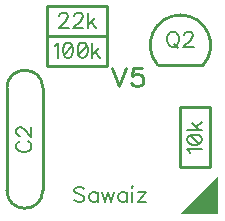
<source format=gbr>
G04 DipTrace 2.4.0.2*
%INTopSilk.gbr*%
%MOIN*%
%ADD10C,0.0098*%
%ADD42C,0.0077*%
%ADD44C,0.0093*%
%FSLAX44Y44*%
G04*
G70*
G90*
G75*
G01*
%LNTopSilk*%
%LPD*%
X4152Y8142D2*
D10*
Y4738D1*
X5353Y8142D2*
Y4738D1*
X4152D2*
G03X5353Y4738I600J2D01*
G01*
Y8142D2*
G03X4152Y8142I-600J-2D01*
G01*
X9184Y8909D2*
G02X10696Y8909I756J666D01*
G01*
X9184D1*
X7501Y9878D2*
X5504D1*
Y10878D2*
Y9878D1*
X7501Y10878D2*
X5504D1*
X7501D2*
Y9878D1*
X5504D2*
X7501D1*
Y8878D2*
Y9878D1*
X5504Y8878D2*
X7501D1*
X5504D2*
Y9878D1*
X10940Y7501D2*
Y5504D1*
X9940D2*
X10940D1*
X9940Y7501D2*
Y5504D1*
Y7501D2*
X10940D1*
G36*
X11190Y5190D2*
X9940Y3940D1*
X11190D1*
Y5190D1*
G37*
X4591Y6375D2*
D42*
X4543Y6351D1*
X4495Y6303D1*
X4471Y6255D1*
Y6160D1*
X4495Y6112D1*
X4543Y6064D1*
X4591Y6040D1*
X4662Y6016D1*
X4782D1*
X4854Y6040D1*
X4902Y6064D1*
X4949Y6112D1*
X4974Y6160D1*
Y6255D1*
X4949Y6303D1*
X4902Y6351D1*
X4854Y6375D1*
X4591Y6553D2*
X4567D1*
X4519Y6577D1*
X4495Y6601D1*
X4472Y6649D1*
Y6745D1*
X4495Y6792D1*
X4519Y6816D1*
X4567Y6840D1*
X4615D1*
X4663Y6816D1*
X4734Y6768D1*
X4974Y6529D1*
Y6864D1*
X9648Y10026D2*
X9600Y10003D1*
X9552Y9955D1*
X9528Y9907D1*
X9504Y9835D1*
Y9716D1*
X9528Y9644D1*
X9552Y9596D1*
X9600Y9548D1*
X9648Y9525D1*
X9743D1*
X9791Y9548D1*
X9839Y9596D1*
X9863Y9644D1*
X9887Y9716D1*
Y9835D1*
X9863Y9907D1*
X9839Y9955D1*
X9791Y10003D1*
X9743Y10026D1*
X9648D1*
X9719Y9620D2*
X9863Y9477D1*
X10066Y9907D2*
Y9930D1*
X10089Y9978D1*
X10113Y10002D1*
X10161Y10026D1*
X10257D1*
X10304Y10002D1*
X10328Y9978D1*
X10352Y9930D1*
Y9883D1*
X10328Y9835D1*
X10281Y9763D1*
X10041Y9524D1*
X10376D1*
X5906Y10539D2*
Y10563D1*
X5930Y10611D1*
X5953Y10635D1*
X6002Y10658D1*
X6097D1*
X6145Y10635D1*
X6168Y10611D1*
X6193Y10563D1*
Y10515D1*
X6168Y10467D1*
X6121Y10396D1*
X5882Y10156D1*
X6217D1*
X6395Y10539D2*
Y10563D1*
X6419Y10611D1*
X6443Y10635D1*
X6491Y10658D1*
X6587D1*
X6634Y10635D1*
X6658Y10611D1*
X6682Y10563D1*
Y10515D1*
X6658Y10467D1*
X6610Y10396D1*
X6371Y10156D1*
X6706D1*
X6860Y10659D2*
Y10156D1*
X7100Y10491D2*
X6860Y10252D1*
X6956Y10348D2*
X7123Y10156D1*
X5744Y9563D2*
X5793Y9587D1*
X5864Y9658D1*
Y9156D1*
X6162Y9658D2*
X6091Y9635D1*
X6043Y9563D1*
X6019Y9443D1*
Y9371D1*
X6043Y9252D1*
X6091Y9180D1*
X6162Y9156D1*
X6210D1*
X6282Y9180D1*
X6329Y9252D1*
X6354Y9371D1*
Y9443D1*
X6329Y9563D1*
X6282Y9635D1*
X6210Y9658D1*
X6162D1*
X6329Y9563D2*
X6043Y9252D1*
X6652Y9658D2*
X6580Y9635D1*
X6532Y9563D1*
X6508Y9443D1*
Y9371D1*
X6532Y9252D1*
X6580Y9180D1*
X6652Y9156D1*
X6699D1*
X6771Y9180D1*
X6819Y9252D1*
X6843Y9371D1*
Y9443D1*
X6819Y9563D1*
X6771Y9635D1*
X6699Y9658D1*
X6652D1*
X6819Y9563D2*
X6532Y9252D1*
X6997Y9659D2*
Y9156D1*
X7237Y9491D2*
X6997Y9252D1*
X7093Y9348D2*
X7261Y9156D1*
X10255Y5989D2*
X10231Y6037D1*
X10159Y6109D1*
X10661D1*
X10159Y6407D2*
X10183Y6335D1*
X10255Y6287D1*
X10374Y6263D1*
X10446D1*
X10565Y6287D1*
X10637Y6335D1*
X10661Y6407D1*
Y6455D1*
X10637Y6527D1*
X10565Y6574D1*
X10446Y6598D1*
X10374D1*
X10255Y6574D1*
X10183Y6527D1*
X10159Y6455D1*
Y6407D1*
X10255Y6574D2*
X10565Y6287D1*
X10159Y6753D2*
X10661D1*
X10326Y6992D2*
X10565Y6753D1*
X10470Y6848D2*
X10661Y7016D1*
X6736Y4776D2*
X6689Y4824D1*
X6617Y4848D1*
X6521D1*
X6449Y4824D1*
X6401Y4776D1*
Y4728D1*
X6426Y4680D1*
X6449Y4656D1*
X6497Y4633D1*
X6641Y4585D1*
X6689Y4561D1*
X6713Y4536D1*
X6736Y4489D1*
Y4417D1*
X6689Y4370D1*
X6617Y4345D1*
X6521D1*
X6449Y4370D1*
X6401Y4417D1*
X7178Y4680D2*
Y4345D1*
Y4608D2*
X7130Y4656D1*
X7082Y4680D1*
X7011D1*
X6963Y4656D1*
X6915Y4608D1*
X6891Y4536D1*
Y4489D1*
X6915Y4417D1*
X6963Y4370D1*
X7011Y4345D1*
X7082D1*
X7130Y4370D1*
X7178Y4417D1*
X7332Y4680D2*
X7428Y4345D1*
X7523Y4680D1*
X7619Y4345D1*
X7714Y4680D1*
X8156D2*
Y4345D1*
Y4608D2*
X8108Y4656D1*
X8060Y4680D1*
X7989D1*
X7941Y4656D1*
X7893Y4608D1*
X7869Y4536D1*
Y4489D1*
X7893Y4417D1*
X7941Y4370D1*
X7989Y4345D1*
X8060D1*
X8108Y4370D1*
X8156Y4417D1*
X8310Y4848D2*
X8334Y4824D1*
X8358Y4848D1*
X8334Y4872D1*
X8310Y4848D1*
X8334Y4680D2*
Y4345D1*
X8513Y4680D2*
X8776D1*
X8513Y4345D1*
X8776D1*
X7659Y8814D2*
D44*
X7889Y8211D1*
X8118Y8814D1*
X8648Y8813D2*
X8361D1*
X8333Y8555D1*
X8361Y8584D1*
X8447Y8613D1*
X8533D1*
X8619Y8584D1*
X8677Y8527D1*
X8705Y8440D1*
Y8383D1*
X8677Y8297D1*
X8619Y8239D1*
X8533Y8211D1*
X8447D1*
X8361Y8239D1*
X8333Y8269D1*
X8303Y8326D1*
M02*

</source>
